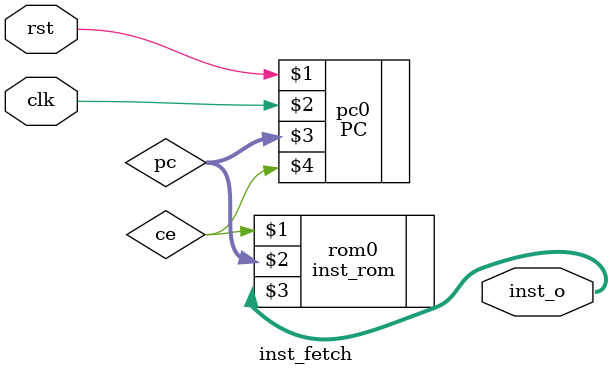
<source format=v>
`timescale 1ns / 1ps


module inst_fetch(
    input wire clk,
    input wire rst,
    output wire[31:0] inst_o
    );

    wire[31:0] pc;
    wire ce;
    PC pc0(rst, clk, pc, ce);
    inst_rom rom0(ce, pc, inst_o);

endmodule

</source>
